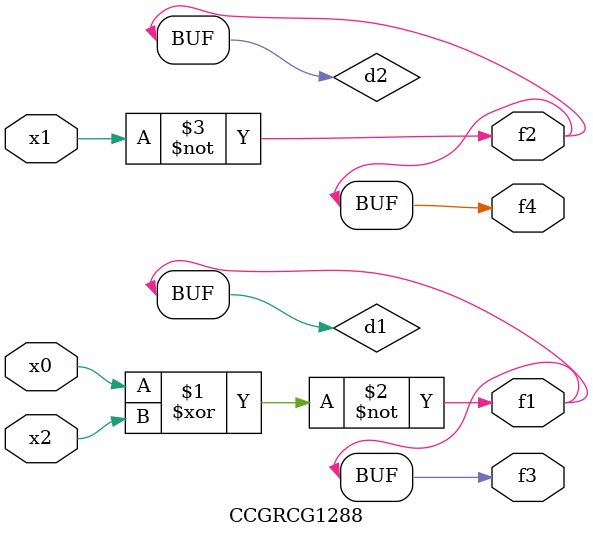
<source format=v>
module CCGRCG1288(
	input x0, x1, x2,
	output f1, f2, f3, f4
);

	wire d1, d2, d3;

	xnor (d1, x0, x2);
	nand (d2, x1);
	nor (d3, x1, x2);
	assign f1 = d1;
	assign f2 = d2;
	assign f3 = d1;
	assign f4 = d2;
endmodule

</source>
